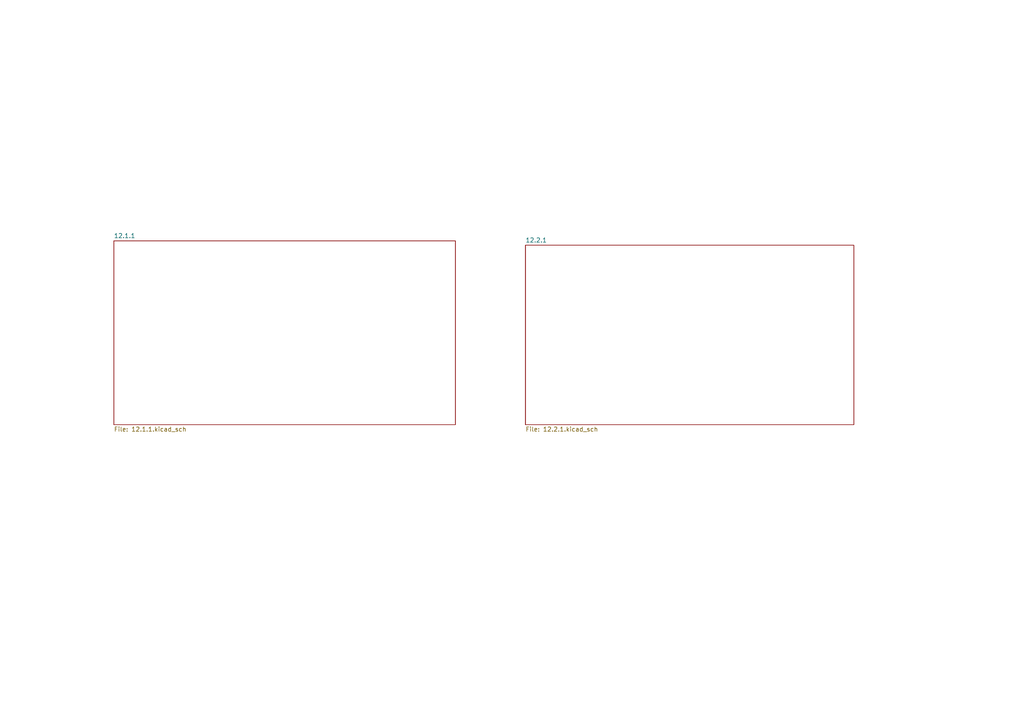
<source format=kicad_sch>
(kicad_sch (version 20230121) (generator eeschema)
  (paper "A4")
  (lib_symbols)
  (sheet (at 33.02 69.85) (size 99.06 53.34) (stroke (width 0.1524))
    (property "Sheetname" "12.1.1" (at 33.02 69.1384 0) (effects (justify left bottom)))
    (property "Sheetfile" "12.1.1.kicad_sch" (at 33.02 123.7746 0) (effects (justify left top)))
  )
  (sheet (at 152.4 71.12) (size 95.25 52.07) (stroke (width 0.1524))
    (property "Sheetname" "12.2.1" (at 152.4 70.4084 0) (effects (justify left bottom)))
    (property "Sheetfile" "12.2.1.kicad_sch" (at 152.4 123.7746 0) (effects (justify left top)))
  )
)
</source>
